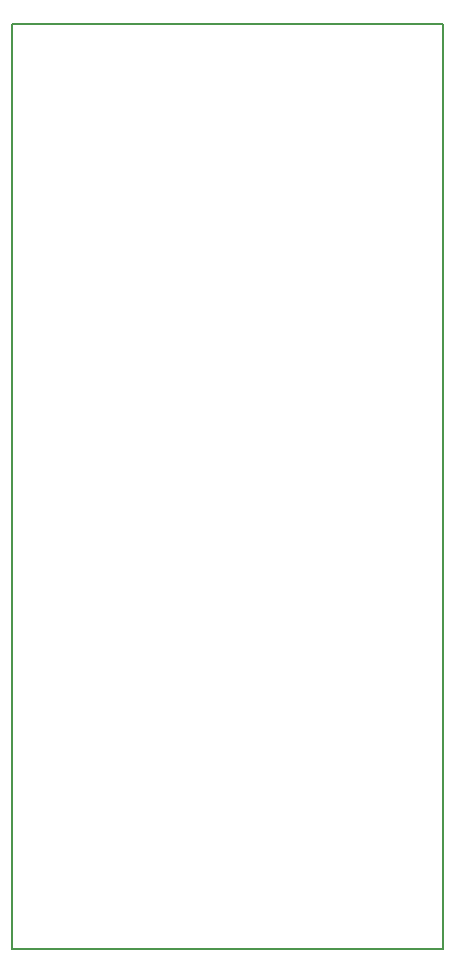
<source format=gm1>
G04 MADE WITH FRITZING*
G04 WWW.FRITZING.ORG*
G04 DOUBLE SIDED*
G04 HOLES PLATED*
G04 CONTOUR ON CENTER OF CONTOUR VECTOR*
%ASAXBY*%
%FSLAX23Y23*%
%MOIN*%
%OFA0B0*%
%SFA1.0B1.0*%
%ADD10R,1.444060X3.090770*%
%ADD11C,0.008000*%
%ADD10C,0.008*%
%LNCONTOUR*%
G90*
G70*
G54D10*
G54D11*
X4Y3087D02*
X1440Y3087D01*
X1440Y4D01*
X4Y4D01*
X4Y3087D01*
D02*
G04 End of contour*
M02*
</source>
